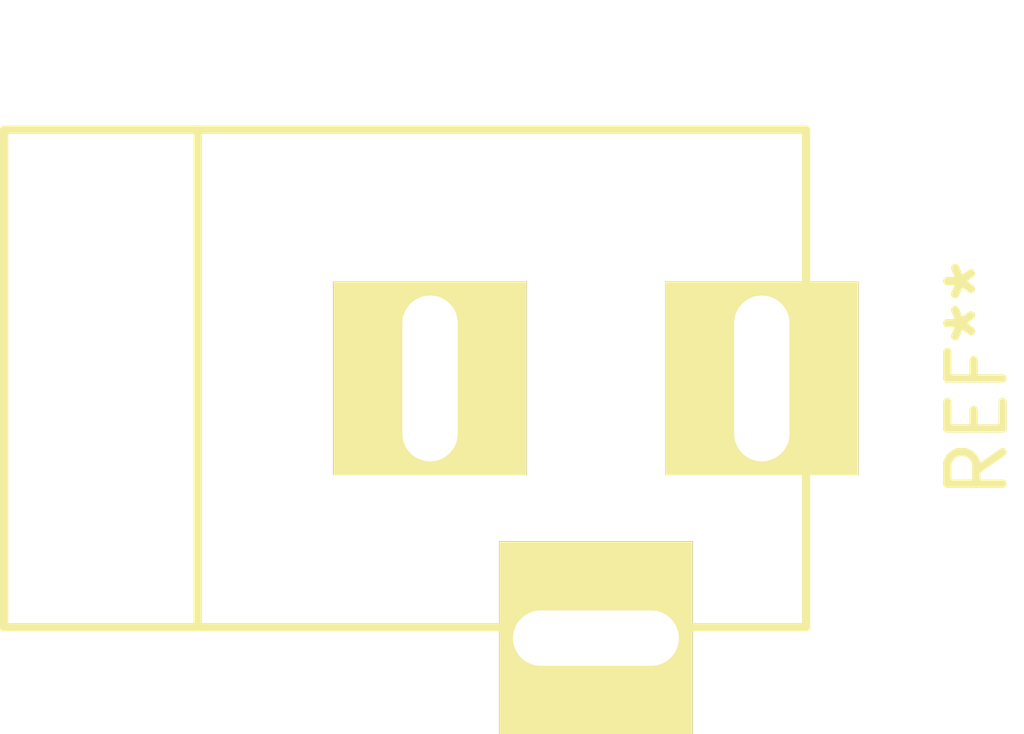
<source format=kicad_pcb>
(kicad_pcb (version 4) (host pcbnew "(after 2015-mar-04 BZR unknown)-product")

  (general
    (links 0)
    (no_connects 0)
    (area 0 0 0 0)
    (thickness 1.6)
    (drawings 0)
    (tracks 0)
    (zones 0)
    (modules 1)
    (nets 1)
  )

  (page A4)
  (layers
    (0 F.Cu signal)
    (31 B.Cu signal)
    (32 B.Adhes user)
    (33 F.Adhes user)
    (34 B.Paste user)
    (35 F.Paste user)
    (36 B.SilkS user)
    (37 F.SilkS user)
    (38 B.Mask user)
    (39 F.Mask user)
    (40 Dwgs.User user)
    (41 Cmts.User user)
    (42 Eco1.User user)
    (43 Eco2.User user)
    (44 Edge.Cuts user)
    (45 Margin user)
    (46 B.CrtYd user)
    (47 F.CrtYd user)
    (48 B.Fab user)
    (49 F.Fab user)
  )

  (setup
    (last_trace_width 0.25)
    (trace_clearance 0.2)
    (zone_clearance 0.508)
    (zone_45_only no)
    (trace_min 0.2)
    (segment_width 0.2)
    (edge_width 0.1)
    (via_size 0.6)
    (via_drill 0.4)
    (via_min_size 0.4)
    (via_min_drill 0.3)
    (uvia_size 0.3)
    (uvia_drill 0.1)
    (uvias_allowed no)
    (uvia_min_size 0.2)
    (uvia_min_drill 0.1)
    (pcb_text_width 0.3)
    (pcb_text_size 1.5 1.5)
    (mod_edge_width 0.15)
    (mod_text_size 1 1)
    (mod_text_width 0.15)
    (pad_size 1.5 1.5)
    (pad_drill 0.6)
    (pad_to_mask_clearance 0)
    (aux_axis_origin 0 0)
    (visible_elements FFFFFF7F)
    (pcbplotparams
      (layerselection 0x00030_80000001)
      (usegerberextensions false)
      (excludeedgelayer true)
      (linewidth 0.100000)
      (plotframeref false)
      (viasonmask false)
      (mode 1)
      (useauxorigin false)
      (hpglpennumber 1)
      (hpglpenspeed 20)
      (hpglpendiameter 15)
      (hpglpenoverlay 2)
      (psnegative false)
      (psa4output false)
      (plotreference true)
      (plotvalue true)
      (plotinvisibletext false)
      (padsonsilk false)
      (subtractmaskfromsilk false)
      (outputformat 1)
      (mirror false)
      (drillshape 1)
      (scaleselection 1)
      (outputdirectory ""))
  )

  (net 0 "")

  (net_class Default "This is the default net class."
    (clearance 0.2)
    (trace_width 0.25)
    (via_dia 0.6)
    (via_drill 0.4)
    (uvia_dia 0.3)
    (uvia_drill 0.1)
  )

  (module Connect:BARREL_JACK (layer F.Cu) (tedit 0) (tstamp 557406CE)
    (at 205 70)
    (descr "DC Barrel Jack")
    (tags "Power Jack")
    (fp_text reference REF** (at 10.09904 0 90) (layer F.SilkS)
      (effects (font (size 1 1) (thickness 0.15)))
    )
    (fp_text value BARREL_JACK (at 0 -5.99948) (layer F.Fab)
      (effects (font (size 1 1) (thickness 0.15)))
    )
    (fp_line (start -4.0005 -4.50088) (end -4.0005 4.50088) (layer F.SilkS) (width 0.15))
    (fp_line (start -7.50062 -4.50088) (end -7.50062 4.50088) (layer F.SilkS) (width 0.15))
    (fp_line (start -7.50062 4.50088) (end 7.00024 4.50088) (layer F.SilkS) (width 0.15))
    (fp_line (start 7.00024 4.50088) (end 7.00024 -4.50088) (layer F.SilkS) (width 0.15))
    (fp_line (start 7.00024 -4.50088) (end -7.50062 -4.50088) (layer F.SilkS) (width 0.15))
    (pad 1 thru_hole rect (at 6.20014 0) (size 3.50012 3.50012) (drill oval 1.00076 2.99974) (layers *.Cu *.Mask F.SilkS))
    (pad 2 thru_hole rect (at 0.20066 0) (size 3.50012 3.50012) (drill oval 1.00076 2.99974) (layers *.Cu *.Mask F.SilkS))
    (pad 3 thru_hole rect (at 3.2004 4.699) (size 3.50012 3.50012) (drill oval 2.99974 1.00076) (layers *.Cu *.Mask F.SilkS))
  )

)

</source>
